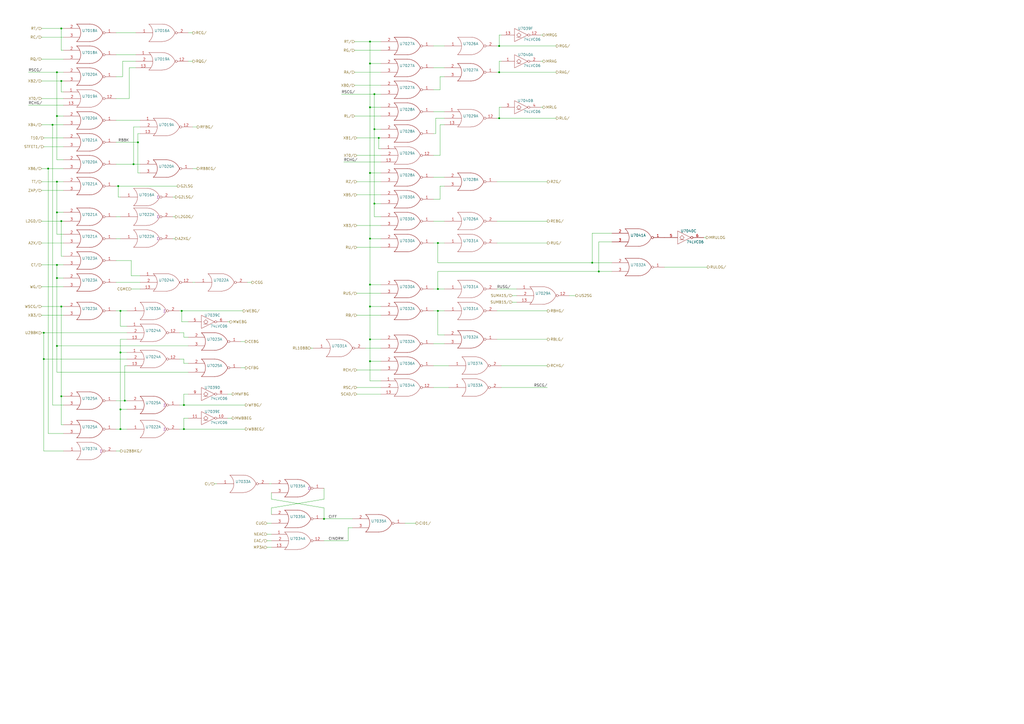
<source format=kicad_sch>
(kicad_sch (version 20211123) (generator eeschema)
  (paper "A2")
  (lib_symbols
    (symbol "agc_kicad_components:74HC02" (pin_names (offset 0.762))
      (property "Reference" "U" (at 0 1.27 0))
      (symbol "74HC02_1_1"
        (arc (start -7.62 -5.08) (mid -5.2708 0) (end -7.62 5.08) (stroke (width 0.2032)))
        (arc (start 0 -5.08) (mid 4.5812 -3.6906) (end 7.62 0) (stroke (width 0.2032)))
        (polyline (pts (xy -7.62 -5.08) (xy 0 -5.08)) (stroke (width 0.2032)))
        (polyline (pts (xy -7.62 5.08) (xy 0 5.08)) (stroke (width 0.2032)))
        (arc (start 7.62 0) (mid 4.5727 3.6819) (end 0 5.08) (stroke (width 0.2032)))
        (pin output inverted (at 15.24 0 180) (length 7.62) (name "~") (number "1"))
        (pin input line (at -15.24 2.54 0) (length 9.398) (name "~") (number "2"))
        (pin input line (at -15.24 -2.54 0) (length 9.398) (name "~") (number "3"))
      )
      (symbol "74HC02_2_1"
        (arc (start -7.62 -5.08) (mid -5.2708 0) (end -7.62 5.08) (stroke (width 0.2032)))
        (arc (start 0 -5.08) (mid 4.5812 -3.6906) (end 7.62 0) (stroke (width 0.2032)))
        (polyline (pts (xy -7.62 -5.08) (xy 0 -5.08)) (stroke (width 0.2032)))
        (polyline (pts (xy -7.62 5.08) (xy 0 5.08)) (stroke (width 0.2032)))
        (arc (start 7.62 0) (mid 4.5727 3.6819) (end 0 5.08) (stroke (width 0.2032)))
        (pin output inverted (at 15.24 0 180) (length 7.62) (name "~") (number "4"))
        (pin input line (at -15.24 2.54 0) (length 9.398) (name "~") (number "5"))
        (pin input line (at -15.24 -2.54 0) (length 9.398) (name "~") (number "6"))
      )
      (symbol "74HC02_3_1"
        (arc (start -7.62 -5.08) (mid -5.2708 0) (end -7.62 5.08) (stroke (width 0.2032)))
        (arc (start 0 -5.08) (mid 4.5812 -3.6906) (end 7.62 0) (stroke (width 0.2032)))
        (polyline (pts (xy -7.62 -5.08) (xy 0 -5.08)) (stroke (width 0.2032)))
        (polyline (pts (xy -7.62 5.08) (xy 0 5.08)) (stroke (width 0.2032)))
        (arc (start 7.62 0) (mid 4.5727 3.6819) (end 0 5.08) (stroke (width 0.2032)))
        (pin output inverted (at 15.24 0 180) (length 7.62) (name "~") (number "10"))
        (pin input line (at -15.24 2.54 0) (length 9.398) (name "~") (number "8"))
        (pin input line (at -15.24 -2.54 0) (length 9.398) (name "~") (number "9"))
      )
      (symbol "74HC02_4_1"
        (arc (start -7.62 -5.08) (mid -5.2708 0) (end -7.62 5.08) (stroke (width 0.2032)))
        (arc (start 0 -5.08) (mid 4.5812 -3.6906) (end 7.62 0) (stroke (width 0.2032)))
        (polyline (pts (xy -7.62 -5.08) (xy 0 -5.08)) (stroke (width 0.2032)))
        (polyline (pts (xy -7.62 5.08) (xy 0 5.08)) (stroke (width 0.2032)))
        (arc (start 7.62 0) (mid 4.5727 3.6819) (end 0 5.08) (stroke (width 0.2032)))
        (pin input line (at -15.24 2.54 0) (length 9.398) (name "~") (number "11"))
        (pin input line (at -15.24 -2.54 0) (length 9.398) (name "~") (number "12"))
        (pin output inverted (at 15.24 0 180) (length 7.62) (name "~") (number "13"))
      )
      (symbol "74HC02_5_0"
        (text "GND" (at 2.54 -3.81 0) (effects (font (size 0.9906 0.9906))))
        (text "VCC" (at 2.54 3.81 0) (effects (font (size 0.9906 0.9906))))
      )
      (symbol "74HC02_5_1"
        (rectangle (start -5.08 2.54) (end 5.08 -2.54))
        (pin power_in line (at 0 6.35 270) (length 3.81) (name "VCC") (number "14"))
        (pin power_in line (at 0 -6.35 90) (length 3.81) (name "GND") (number "7"))
      )
    )
    (symbol "agc_kicad_components:74HC04" (pin_names (offset 0.762))
      (property "Reference" "U" (at 0 1.27 0))
      (symbol "74HC04_1_1"
        (arc (start -7.62 -5.0292) (mid -5.3094 0.0082) (end -7.62 5.0546))
        (arc (start 0 -5.0546) (mid 4.5632 -3.6449) (end 7.5946 0.0508))
        (polyline (pts (xy -7.62 -5.08) (xy 0 -5.08)))
        (polyline (pts (xy -7.62 5.08) (xy 0 5.08)))
        (arc (start 7.62 0) (mid 4.6132 3.6946) (end 0.0508 5.08))
        (pin input line (at -15.24 0 0) (length 9.906) (name "~") (number "1"))
        (pin output inverted (at 15.24 0 180) (length 7.62) (name "~") (number "2"))
      )
      (symbol "74HC04_2_1"
        (arc (start -7.62 -5.0292) (mid -5.3094 0.0082) (end -7.62 5.0546))
        (arc (start 0 -5.0546) (mid 4.5632 -3.6449) (end 7.5946 0.0508))
        (polyline (pts (xy -7.62 -5.08) (xy 0 -5.08)))
        (polyline (pts (xy -7.62 5.08) (xy 0 5.08)))
        (arc (start 7.62 0) (mid 4.6132 3.6946) (end 0.0508 5.08))
        (pin input line (at -15.24 0 0) (length 9.906) (name "~") (number "3"))
        (pin output inverted (at 15.24 0 180) (length 7.62) (name "~") (number "4"))
      )
      (symbol "74HC04_3_1"
        (arc (start -7.62 -5.0292) (mid -5.3094 0.0082) (end -7.62 5.0546))
        (arc (start 0 -5.0546) (mid 4.5632 -3.6449) (end 7.5946 0.0508))
        (polyline (pts (xy -7.62 -5.08) (xy 0 -5.08)))
        (polyline (pts (xy -7.62 5.08) (xy 0 5.08)))
        (arc (start 7.62 0) (mid 4.6132 3.6946) (end 0.0508 5.08))
        (pin input line (at -15.24 0 0) (length 9.906) (name "~") (number "5"))
        (pin output inverted (at 15.24 0 180) (length 7.62) (name "~") (number "6"))
      )
      (symbol "74HC04_4_1"
        (arc (start -7.62 -5.0292) (mid -5.3094 0.0082) (end -7.62 5.0546))
        (arc (start 0 -5.0546) (mid 4.5632 -3.6449) (end 7.5946 0.0508))
        (polyline (pts (xy -7.62 -5.08) (xy 0 -5.08)))
        (polyline (pts (xy -7.62 5.08) (xy 0 5.08)))
        (arc (start 7.62 0) (mid 4.6132 3.6946) (end 0.0508 5.08))
        (pin output inverted (at 15.24 0 180) (length 7.62) (name "~") (number "8"))
        (pin input line (at -15.24 0 0) (length 9.906) (name "~") (number "9"))
      )
      (symbol "74HC04_5_1"
        (arc (start -7.62 -5.0292) (mid -5.3094 0.0082) (end -7.62 5.0546))
        (arc (start 0 -5.0546) (mid 4.5632 -3.6449) (end 7.5946 0.0508))
        (polyline (pts (xy -7.62 -5.08) (xy 0 -5.08)))
        (polyline (pts (xy -7.62 5.08) (xy 0 5.08)))
        (arc (start 7.62 0) (mid 4.6132 3.6946) (end 0.0508 5.08))
        (pin output inverted (at 15.24 0 180) (length 7.62) (name "~") (number "10"))
        (pin input line (at -15.24 0 0) (length 9.906) (name "~") (number "11"))
      )
      (symbol "74HC04_6_1"
        (arc (start -7.62 -5.0292) (mid -5.3094 0.0082) (end -7.62 5.0546))
        (arc (start 0 -5.0546) (mid 4.5632 -3.6449) (end 7.5946 0.0508))
        (polyline (pts (xy -7.62 -5.08) (xy 0 -5.08)))
        (polyline (pts (xy -7.62 5.08) (xy 0 5.08)))
        (arc (start 7.62 0) (mid 4.6132 3.6946) (end 0.0508 5.08))
        (pin output inverted (at 15.24 0 180) (length 7.62) (name "~") (number "12"))
        (pin input line (at -15.24 0 0) (length 9.906) (name "~") (number "13"))
      )
      (symbol "74HC04_7_0"
        (text "GND" (at 2.54 -3.81 0) (effects (font (size 0.9906 0.9906))))
        (text "VCC" (at 2.54 3.81 0) (effects (font (size 0.9906 0.9906))))
      )
      (symbol "74HC04_7_1"
        (rectangle (start -5.08 2.54) (end 5.08 -2.54))
        (pin power_in line (at 0 6.35 270) (length 3.81) (name "VCC") (number "14"))
        (pin power_in line (at 0 -6.35 90) (length 3.81) (name "GND") (number "7"))
      )
    )
    (symbol "agc_kicad_components:74HC27" (pin_names (offset 0.762))
      (property "Reference" "U" (at 0 1.27 0))
      (symbol "74HC27_1_1"
        (arc (start -7.62 -5.0292) (mid -5.3094 0.0082) (end -7.62 5.0546))
        (arc (start 0 -5.0546) (mid 4.5632 -3.6449) (end 7.5946 0.0508))
        (polyline (pts (xy -7.62 -5.08) (xy 0 -5.08)))
        (polyline (pts (xy -7.62 5.08) (xy 0 5.08)))
        (arc (start 7.62 0) (mid 4.6132 3.6946) (end 0.0508 5.08))
        (pin input line (at -15.24 3.81 0) (length 8.763) (name "~") (number "1"))
        (pin output inverted (at 15.24 0 180) (length 7.62) (name "~") (number "12"))
        (pin input line (at -15.24 -3.81 0) (length 8.763) (name "~") (number "13"))
        (pin input line (at -15.24 0 0) (length 9.906) (name "~") (number "2"))
      )
      (symbol "74HC27_2_1"
        (arc (start -7.62 -5.0292) (mid -5.3094 0.0082) (end -7.62 5.0546))
        (arc (start 0 -5.0546) (mid 4.5632 -3.6449) (end 7.5946 0.0508))
        (polyline (pts (xy -7.62 -5.08) (xy 0 -5.08)))
        (polyline (pts (xy -7.62 5.08) (xy 0 5.08)))
        (arc (start 7.62 0) (mid 4.6132 3.6946) (end 0.0508 5.08))
        (pin input line (at -15.24 3.81 0) (length 8.763) (name "~") (number "3"))
        (pin input line (at -15.24 0 0) (length 9.906) (name "~") (number "4"))
        (pin input line (at -15.24 -3.81 0) (length 8.763) (name "~") (number "5"))
        (pin output inverted (at 15.24 0 180) (length 7.62) (name "~") (number "6"))
      )
      (symbol "74HC27_3_1"
        (arc (start -7.62 -5.0292) (mid -5.3094 0.0082) (end -7.62 5.0546))
        (arc (start 0 -5.0546) (mid 4.5632 -3.6449) (end 7.5946 0.0508))
        (polyline (pts (xy -7.62 -5.08) (xy 0 -5.08)))
        (polyline (pts (xy -7.62 5.08) (xy 0 5.08)))
        (arc (start 7.62 0) (mid 4.6132 3.6946) (end 0.0508 5.08))
        (pin input line (at -15.24 0 0) (length 9.906) (name "~") (number "10"))
        (pin input line (at -15.24 -3.81 0) (length 8.763) (name "~") (number "11"))
        (pin output inverted (at 15.24 0 180) (length 7.62) (name "~") (number "8"))
        (pin input line (at -15.24 3.81 0) (length 8.763) (name "~") (number "9"))
      )
      (symbol "74HC27_4_0"
        (text "GND" (at 2.54 -3.81 0) (effects (font (size 0.9906 0.9906))))
        (text "VCC" (at 2.54 3.81 0) (effects (font (size 0.9906 0.9906))))
      )
      (symbol "74HC27_4_1"
        (rectangle (start -5.08 2.54) (end 5.08 -2.54))
        (pin power_in line (at 0 6.35 270) (length 3.81) (name "VCC") (number "14"))
        (pin power_in line (at 0 -6.35 90) (length 3.81) (name "GND") (number "7"))
      )
    )
    (symbol "agc_kicad_components:74LVC06" (pin_names (offset 0.762))
      (property "Reference" "U" (at 0 1.27 0))
      (symbol "74LVC06_1_0"
        (polyline (pts (xy -3.81 3.81) (xy -3.81 -3.81) (xy 3.81 0) (xy -3.81 3.81)))
      )
      (symbol "74LVC06_1_1"
        (polyline (pts (xy -2.54 -1.27) (xy 0 -1.27)))
        (polyline (pts (xy -1.27 1.27) (xy -2.54 0) (xy -1.27 -1.27) (xy 0 0) (xy -1.27 1.27)))
        (pin input line (at -11.43 0 0) (length 7.62) (name "~") (number "1"))
        (pin open_collector inverted (at 11.43 0 180) (length 7.62) (name "~") (number "2"))
      )
      (symbol "74LVC06_2_0"
        (polyline (pts (xy -3.81 3.81) (xy -3.81 -3.81) (xy 3.81 0) (xy -3.81 3.81)))
      )
      (symbol "74LVC06_2_1"
        (polyline (pts (xy -2.54 -1.27) (xy 0 -1.27)))
        (polyline (pts (xy -1.27 1.27) (xy -2.54 0) (xy -1.27 -1.27) (xy 0 0) (xy -1.27 1.27)))
        (pin input line (at -11.43 0 0) (length 7.62) (name "~") (number "3"))
        (pin open_collector inverted (at 11.43 0 180) (length 7.62) (name "~") (number "4"))
      )
      (symbol "74LVC06_3_0"
        (polyline (pts (xy -3.81 3.81) (xy -3.81 -3.81) (xy 3.81 0) (xy -3.81 3.81)))
      )
      (symbol "74LVC06_3_1"
        (polyline (pts (xy -2.54 -1.27) (xy 0 -1.27)))
        (polyline (pts (xy -1.27 1.27) (xy -2.54 0) (xy -1.27 -1.27) (xy 0 0) (xy -1.27 1.27)))
        (pin input line (at -11.43 0 0) (length 7.62) (name "~") (number "5"))
        (pin open_collector inverted (at 11.43 0 180) (length 7.62) (name "~") (number "6"))
      )
      (symbol "74LVC06_4_0"
        (polyline (pts (xy -3.81 3.81) (xy -3.81 -3.81) (xy 3.81 0) (xy -3.81 3.81)))
      )
      (symbol "74LVC06_4_1"
        (polyline (pts (xy -2.54 -1.27) (xy 0 -1.27)))
        (polyline (pts (xy -1.27 1.27) (xy -2.54 0) (xy -1.27 -1.27) (xy 0 0) (xy -1.27 1.27)))
        (pin open_collector inverted (at 11.43 0 180) (length 7.62) (name "~") (number "8"))
        (pin input line (at -11.43 0 0) (length 7.62) (name "~") (number "9"))
      )
      (symbol "74LVC06_5_0"
        (polyline (pts (xy -3.81 3.81) (xy -3.81 -3.81) (xy 3.81 0) (xy -3.81 3.81)))
      )
      (symbol "74LVC06_5_1"
        (polyline (pts (xy -2.54 -1.27) (xy 0 -1.27)))
        (polyline (pts (xy -1.27 1.27) (xy -2.54 0) (xy -1.27 -1.27) (xy 0 0) (xy -1.27 1.27)))
        (pin open_collector inverted (at 11.43 0 180) (length 7.62) (name "~") (number "10"))
        (pin input line (at -11.43 0 0) (length 7.62) (name "~") (number "11"))
      )
      (symbol "74LVC06_6_0"
        (polyline (pts (xy -3.81 3.81) (xy -3.81 -3.81) (xy 3.81 0) (xy -3.81 3.81)))
      )
      (symbol "74LVC06_6_1"
        (polyline (pts (xy -2.54 -1.27) (xy 0 -1.27)))
        (polyline (pts (xy -1.27 1.27) (xy -2.54 0) (xy -1.27 -1.27) (xy 0 0) (xy -1.27 1.27)))
        (pin open_collector inverted (at 11.43 0 180) (length 7.62) (name "~") (number "12"))
        (pin input line (at -11.43 0 0) (length 7.62) (name "~") (number "13"))
      )
      (symbol "74LVC06_7_0"
        (rectangle (start -5.08 2.54) (end 5.08 -2.54))
        (text "GND" (at 2.54 -3.81 0) (effects (font (size 0.9906 0.9906))))
        (text "VCC" (at 2.54 3.81 0) (effects (font (size 0.9906 0.9906))))
      )
      (symbol "74LVC06_7_1"
        (pin power_in line (at 0 6.35 270) (length 3.81) (name "VCC") (number "14"))
        (pin power_in line (at 0 -6.35 90) (length 3.81) (name "GND") (number "7"))
      )
    )
  )
  (junction (at 80.01 82.55))
  (junction (at 214.63 138.43))
  (junction (at 33.02 200.66))
  (junction (at 25.4 208.28))
  (junction (at 35.56 128.27))
  (junction (at 27.94 97.79))
  (junction (at 289.56 26.67))
  (junction (at 214.63 100.33))
  (junction (at 219.71 80.01))
  (junction (at 214.63 177.8))
  (junction (at 217.17 54.61))
  (junction (at 35.56 16.51))
  (junction (at 254 167.64))
  (junction (at 69.85 237.49))
  (junction (at 69.85 204.47))
  (junction (at 69.85 180.34))
  (junction (at 347.345 157.48))
  (junction (at 105.41 180.34))
  (junction (at 214.63 36.83))
  (junction (at 343.535 152.4))
  (junction (at 217.17 74.93))
  (junction (at 254 180.34))
  (junction (at 33.02 67.31))
  (junction (at 35.56 177.8))
  (junction (at 68.58 107.95))
  (junction (at 214.63 62.23))
  (junction (at 214.63 165.1))
  (junction (at 33.02 105.41))
  (junction (at 35.56 229.87))
  (junction (at 33.02 123.19))
  (junction (at 35.56 46.99))
  (junction (at 106.68 248.92))
  (junction (at 106.68 234.95))
  (junction (at 217.17 118.11))
  (junction (at 214.63 24.13))
  (junction (at 69.85 248.92))
  (junction (at 214.63 196.85))
  (junction (at 187.96 300.99))
  (junction (at 25.4 193.04))
  (junction (at 254 140.97))
  (junction (at 289.56 41.91))
  (junction (at 33.02 41.91))
  (junction (at 289.56 68.58))
  (junction (at 77.47 95.25))
  (junction (at 33.02 161.29))
  (junction (at 72.39 232.41))
  (junction (at 30.48 72.39))
  (junction (at 214.63 209.55))
  (junction (at 33.02 153.67))
  (wire (pts (xy 25.4 80.01) (xy 36.83 80.01)))
  (wire (pts (xy 71.12 44.45) (xy 71.12 35.56)))
  (wire (pts (xy 347.345 157.48) (xy 254 157.48)))
  (wire (pts (xy 80.01 77.47) (xy 81.28 77.47)))
  (wire (pts (xy 33.02 67.31) (xy 33.02 92.71)))
  (wire (pts (xy 67.31 19.05) (xy 78.74 19.05)))
  (wire (pts (xy 106.68 208.28) (xy 106.68 210.82)))
  (wire (pts (xy 106.68 248.92) (xy 142.24 248.92)))
  (wire (pts (xy 254 180.34) (xy 257.81 180.34)))
  (wire (pts (xy 35.56 128.27) (xy 36.83 128.27)))
  (wire (pts (xy 288.29 68.58) (xy 289.56 68.58)))
  (wire (pts (xy 33.02 135.89) (xy 36.83 135.89)))
  (wire (pts (xy 288.29 196.85) (xy 317.5 196.85)))
  (wire (pts (xy 104.14 248.92) (xy 106.68 248.92)))
  (wire (pts (xy 77.47 73.66) (xy 81.28 73.66)))
  (wire (pts (xy 220.98 182.88) (xy 207.01 182.88)))
  (wire (pts (xy 36.83 182.88) (xy 24.13 182.88)))
  (wire (pts (xy 69.85 196.85) (xy 73.66 196.85)))
  (wire (pts (xy 33.02 200.66) (xy 109.22 200.66)))
  (wire (pts (xy 254 167.64) (xy 257.81 167.64)))
  (wire (pts (xy 27.94 97.79) (xy 36.83 97.79)))
  (wire (pts (xy 214.63 209.55) (xy 214.63 220.98)))
  (wire (pts (xy 100.33 125.73) (xy 101.6 125.73)))
  (wire (pts (xy 251.46 180.34) (xy 254 180.34)))
  (wire (pts (xy 260.35 224.79) (xy 251.46 224.79)))
  (wire (pts (xy 207.01 80.01) (xy 219.71 80.01)))
  (wire (pts (xy 214.63 36.83) (xy 220.98 36.83)))
  (wire (pts (xy 73.66 204.47) (xy 69.85 204.47)))
  (wire (pts (xy 251.46 140.97) (xy 254 140.97)))
  (wire (pts (xy 143.51 163.83) (xy 146.05 163.83)))
  (wire (pts (xy 220.98 67.31) (xy 205.74 67.31)))
  (wire (pts (xy 254 180.34) (xy 254 194.31)))
  (wire (pts (xy 157.48 303.53) (xy 154.94 303.53)))
  (wire (pts (xy 157.48 309.88) (xy 154.94 309.88)))
  (wire (pts (xy 288.29 140.97) (xy 317.5 140.97)))
  (wire (pts (xy 67.31 69.85) (xy 81.28 69.85)))
  (wire (pts (xy 24.13 72.39) (xy 30.48 72.39)))
  (wire (pts (xy 220.98 93.98) (xy 199.39 93.98)))
  (wire (pts (xy 297.18 171.45) (xy 299.72 171.45)))
  (wire (pts (xy 36.83 57.15) (xy 24.13 57.15)))
  (wire (pts (xy 187.96 283.21) (xy 187.96 289.56)))
  (wire (pts (xy 214.63 100.33) (xy 214.63 138.43)))
  (wire (pts (xy 255.27 115.57) (xy 255.27 107.95)))
  (wire (pts (xy 25.4 193.04) (xy 73.66 193.04)))
  (wire (pts (xy 132.08 228.6) (xy 134.62 228.6)))
  (wire (pts (xy 67.31 151.13) (xy 76.2 151.13)))
  (wire (pts (xy 35.56 16.51) (xy 36.83 16.51)))
  (wire (pts (xy 214.63 177.8) (xy 220.98 177.8)))
  (wire (pts (xy 106.68 242.57) (xy 106.68 248.92)))
  (wire (pts (xy 25.4 208.28) (xy 73.66 208.28)))
  (wire (pts (xy 214.63 100.33) (xy 220.98 100.33)))
  (wire (pts (xy 217.17 54.61) (xy 220.98 54.61)))
  (wire (pts (xy 212.09 201.93) (xy 220.98 201.93)))
  (wire (pts (xy 67.31 95.25) (xy 77.47 95.25)))
  (wire (pts (xy 289.56 26.67) (xy 322.58 26.67)))
  (wire (pts (xy 33.02 153.67) (xy 36.83 153.67)))
  (wire (pts (xy 220.98 170.18) (xy 207.01 170.18)))
  (wire (pts (xy 289.56 20.32) (xy 290.83 20.32)))
  (wire (pts (xy 198.12 54.61) (xy 217.17 54.61)))
  (wire (pts (xy 35.56 246.38) (xy 36.83 246.38)))
  (wire (pts (xy 67.31 57.15) (xy 74.93 57.15)))
  (wire (pts (xy 252.73 68.58) (xy 257.81 68.58)))
  (wire (pts (xy 35.56 229.87) (xy 35.56 246.38)))
  (wire (pts (xy 24.13 46.99) (xy 35.56 46.99)))
  (wire (pts (xy 33.02 200.66) (xy 33.02 215.9)))
  (wire (pts (xy 214.63 165.1) (xy 214.63 177.8)))
  (wire (pts (xy 36.83 60.96) (xy 16.51 60.96)))
  (wire (pts (xy 68.58 107.95) (xy 68.58 114.3)))
  (wire (pts (xy 81.28 167.64) (xy 76.2 167.64)))
  (wire (pts (xy 36.83 110.49) (xy 24.13 110.49)))
  (wire (pts (xy 257.81 128.27) (xy 251.46 128.27)))
  (wire (pts (xy 35.56 177.8) (xy 35.56 229.87)))
  (wire (pts (xy 343.535 135.255) (xy 343.535 152.4)))
  (wire (pts (xy 354.965 157.48) (xy 347.345 157.48)))
  (wire (pts (xy 33.02 215.9) (xy 109.22 215.9)))
  (wire (pts (xy 289.56 26.67) (xy 289.56 20.32)))
  (wire (pts (xy 69.85 204.47) (xy 69.85 237.49)))
  (wire (pts (xy 251.46 199.39) (xy 257.81 199.39)))
  (wire (pts (xy 289.56 41.91) (xy 322.58 41.91)))
  (wire (pts (xy 343.535 152.4) (xy 254 152.4)))
  (wire (pts (xy 214.63 138.43) (xy 220.98 138.43)))
  (wire (pts (xy 114.3 97.79) (xy 111.76 97.79)))
  (wire (pts (xy 214.63 165.1) (xy 220.98 165.1)))
  (wire (pts (xy 33.02 41.91) (xy 33.02 67.31)))
  (wire (pts (xy 33.02 123.19) (xy 36.83 123.19)))
  (wire (pts (xy 106.68 210.82) (xy 109.22 210.82)))
  (wire (pts (xy 187.96 300.99) (xy 187.96 294.64)))
  (wire (pts (xy 201.93 313.69) (xy 201.93 306.07)))
  (wire (pts (xy 220.98 74.93) (xy 217.17 74.93)))
  (wire (pts (xy 187.96 289.56) (xy 157.48 294.64)))
  (wire (pts (xy 104.14 180.34) (xy 105.41 180.34)))
  (wire (pts (xy 214.63 220.98) (xy 220.98 220.98)))
  (wire (pts (xy 313.69 62.23) (xy 314.96 62.23)))
  (wire (pts (xy 24.13 105.41) (xy 33.02 105.41)))
  (wire (pts (xy 187.96 294.64) (xy 157.48 289.56)))
  (wire (pts (xy 24.13 97.79) (xy 27.94 97.79)))
  (wire (pts (xy 157.48 313.69) (xy 154.94 313.69)))
  (wire (pts (xy 217.17 118.11) (xy 220.98 118.11)))
  (wire (pts (xy 80.01 100.33) (xy 81.28 100.33)))
  (wire (pts (xy 35.56 46.99) (xy 35.56 53.34)))
  (wire (pts (xy 106.68 195.58) (xy 109.22 195.58)))
  (wire (pts (xy 69.85 248.92) (xy 73.66 248.92)))
  (wire (pts (xy 69.85 189.23) (xy 73.66 189.23)))
  (wire (pts (xy 257.81 102.87) (xy 251.46 102.87)))
  (wire (pts (xy 205.74 24.13) (xy 214.63 24.13)))
  (wire (pts (xy 24.13 128.27) (xy 35.56 128.27)))
  (wire (pts (xy 33.02 105.41) (xy 33.02 123.19)))
  (wire (pts (xy 201.93 306.07) (xy 204.47 306.07)))
  (wire (pts (xy 187.96 300.99) (xy 204.47 300.99)))
  (wire (pts (xy 254 157.48) (xy 254 167.64)))
  (wire (pts (xy 354.965 152.4) (xy 343.535 152.4)))
  (wire (pts (xy 187.96 313.69) (xy 201.93 313.69)))
  (wire (pts (xy 214.63 177.8) (xy 214.63 196.85)))
  (wire (pts (xy 69.85 180.34) (xy 73.66 180.34)))
  (wire (pts (xy 80.01 82.55) (xy 80.01 100.33)))
  (wire (pts (xy 109.22 19.05) (xy 111.76 19.05)))
  (wire (pts (xy 290.83 224.79) (xy 317.5 224.79)))
  (wire (pts (xy 33.02 161.29) (xy 36.83 161.29)))
  (wire (pts (xy 36.83 166.37) (xy 24.13 166.37)))
  (wire (pts (xy 105.41 180.34) (xy 140.97 180.34)))
  (wire (pts (xy 220.98 105.41) (xy 207.01 105.41)))
  (wire (pts (xy 254 194.31) (xy 257.81 194.31)))
  (wire (pts (xy 36.83 67.31) (xy 33.02 67.31)))
  (wire (pts (xy 219.71 86.36) (xy 220.98 86.36)))
  (wire (pts (xy 217.17 125.73) (xy 220.98 125.73)))
  (wire (pts (xy 252.73 77.47) (xy 252.73 68.58)))
  (wire (pts (xy 385.445 154.94) (xy 410.21 154.94)))
  (wire (pts (xy 68.58 107.95) (xy 102.87 107.95)))
  (wire (pts (xy 106.68 228.6) (xy 106.68 234.95)))
  (wire (pts (xy 214.63 24.13) (xy 214.63 36.83)))
  (wire (pts (xy 74.93 39.37) (xy 78.74 39.37)))
  (wire (pts (xy 67.31 82.55) (xy 80.01 82.55)))
  (wire (pts (xy 80.01 77.47) (xy 80.01 82.55)))
  (wire (pts (xy 254 152.4) (xy 254 140.97)))
  (wire (pts (xy 27.94 251.46) (xy 27.94 97.79)))
  (wire (pts (xy 76.2 160.02) (xy 81.28 160.02)))
  (wire (pts (xy 220.98 224.79) (xy 207.01 224.79)))
  (wire (pts (xy 35.56 128.27) (xy 35.56 148.59)))
  (wire (pts (xy 35.56 53.34) (xy 36.83 53.34)))
  (wire (pts (xy 288.29 105.41) (xy 317.5 105.41)))
  (wire (pts (xy 181.61 201.93) (xy 180.34 201.93)))
  (wire (pts (xy 67.31 125.73) (xy 69.85 125.73)))
  (wire (pts (xy 254 140.97) (xy 257.81 140.97)))
  (wire (pts (xy 251.46 167.64) (xy 254 167.64)))
  (wire (pts (xy 219.71 80.01) (xy 220.98 80.01)))
  (wire (pts (xy 36.83 34.29) (xy 24.13 34.29)))
  (wire (pts (xy 24.13 177.8) (xy 35.56 177.8)))
  (wire (pts (xy 109.22 228.6) (xy 106.68 228.6)))
  (wire (pts (xy 104.14 208.28) (xy 106.68 208.28)))
  (wire (pts (xy 217.17 74.93) (xy 217.17 118.11)))
  (wire (pts (xy 217.17 118.11) (xy 217.17 125.73)))
  (wire (pts (xy 255.27 107.95) (xy 257.81 107.95)))
  (wire (pts (xy 72.39 212.09) (xy 73.66 212.09)))
  (wire (pts (xy 106.68 234.95) (xy 142.24 234.95)))
  (wire (pts (xy 354.965 140.335) (xy 347.345 140.335)))
  (wire (pts (xy 290.83 212.09) (xy 317.5 212.09)))
  (wire (pts (xy 157.48 289.56) (xy 157.48 285.75)))
  (wire (pts (xy 139.7 213.36) (xy 142.24 213.36)))
  (wire (pts (xy 290.83 62.23) (xy 289.56 62.23)))
  (wire (pts (xy 251.46 212.09) (xy 260.35 212.09)))
  (wire (pts (xy 69.85 237.49) (xy 69.85 248.92)))
  (wire (pts (xy 74.93 57.15) (xy 74.93 39.37)))
  (wire (pts (xy 157.48 280.67) (xy 156.21 280.67)))
  (wire (pts (xy 104.14 193.04) (xy 106.68 193.04)))
  (wire (pts (xy 214.63 62.23) (xy 220.98 62.23)))
  (wire (pts (xy 24.13 153.67) (xy 33.02 153.67)))
  (wire (pts (xy 220.98 41.91) (xy 205.74 41.91)))
  (wire (pts (xy 35.56 29.21) (xy 35.56 16.51)))
  (wire (pts (xy 251.46 77.47) (xy 252.73 77.47)))
  (wire (pts (xy 67.31 232.41) (xy 72.39 232.41)))
  (wire (pts (xy 105.41 186.69) (xy 109.22 186.69)))
  (wire (pts (xy 24.13 21.59) (xy 36.83 21.59)))
  (wire (pts (xy 132.08 186.69) (xy 133.35 186.69)))
  (wire (pts (xy 36.83 251.46) (xy 27.94 251.46)))
  (wire (pts (xy 220.98 143.51) (xy 207.01 143.51)))
  (wire (pts (xy 289.56 68.58) (xy 322.58 68.58)))
  (wire (pts (xy 77.47 95.25) (xy 77.47 73.66)))
  (wire (pts (xy 297.18 175.26) (xy 299.72 175.26)))
  (wire (pts (xy 67.31 163.83) (xy 81.28 163.83)))
  (wire (pts (xy 16.51 41.91) (xy 33.02 41.91)))
  (wire (pts (xy 35.56 148.59) (xy 36.83 148.59)))
  (wire (pts (xy 25.4 208.28) (xy 25.4 261.62)))
  (wire (pts (xy 408.305 137.795) (xy 409.575 137.795)))
  (wire (pts (xy 109.22 35.56) (xy 111.76 35.56)))
  (wire (pts (xy 106.68 193.04) (xy 106.68 195.58)))
  (wire (pts (xy 111.76 163.83) (xy 113.03 163.83)))
  (wire (pts (xy 251.46 115.57) (xy 255.27 115.57)))
  (wire (pts (xy 139.7 198.12) (xy 142.24 198.12)))
  (wire (pts (xy 157.48 317.5) (xy 154.94 317.5)))
  (wire (pts (xy 111.76 73.66) (xy 114.3 73.66)))
  (wire (pts (xy 288.29 128.27) (xy 317.5 128.27)))
  (wire (pts (xy 214.63 62.23) (xy 214.63 100.33)))
  (wire (pts (xy 77.47 95.25) (xy 81.28 95.25)))
  (wire (pts (xy 68.58 114.3) (xy 69.85 114.3)))
  (wire (pts (xy 67.31 107.95) (xy 68.58 107.95)))
  (wire (pts (xy 24.13 193.04) (xy 25.4 193.04)))
  (wire (pts (xy 251.46 39.37) (xy 257.81 39.37)))
  (wire (pts (xy 76.2 151.13) (xy 76.2 160.02)))
  (wire (pts (xy 100.33 114.3) (xy 101.6 114.3)))
  (wire (pts (xy 73.66 237.49) (xy 69.85 237.49)))
  (wire (pts (xy 33.02 92.71) (xy 36.83 92.71)))
  (wire (pts (xy 69.85 138.43) (xy 67.31 138.43)))
  (wire (pts (xy 67.31 44.45) (xy 71.12 44.45)))
  (wire (pts (xy 33.02 123.19) (xy 33.02 135.89)))
  (wire (pts (xy 255.27 72.39) (xy 257.81 72.39)))
  (wire (pts (xy 69.85 180.34) (xy 69.85 189.23)))
  (wire (pts (xy 220.98 228.6) (xy 207.01 228.6)))
  (wire (pts (xy 125.73 280.67) (xy 124.46 280.67)))
  (wire (pts (xy 33.02 153.67) (xy 33.02 161.29)))
  (wire (pts (xy 288.29 167.64) (xy 299.72 167.64)))
  (wire (pts (xy 104.14 234.95) (xy 106.68 234.95)))
  (wire (pts (xy 67.31 248.92) (xy 69.85 248.92)))
  (wire (pts (xy 289.56 62.23) (xy 289.56 68.58)))
  (wire (pts (xy 334.01 171.45) (xy 330.2 171.45)))
  (wire (pts (xy 72.39 232.41) (xy 73.66 232.41)))
  (wire (pts (xy 35.56 177.8) (xy 36.83 177.8)))
  (wire (pts (xy 30.48 72.39) (xy 30.48 234.95)))
  (wire (pts (xy 214.63 36.83) (xy 214.63 62.23)))
  (wire (pts (xy 35.56 229.87) (xy 36.83 229.87)))
  (wire (pts (xy 30.48 234.95) (xy 36.83 234.95)))
  (wire (pts (xy 220.98 113.03) (xy 207.01 113.03)))
  (wire (pts (xy 69.85 196.85) (xy 69.85 204.47)))
  (wire (pts (xy 251.46 26.67) (xy 257.81 26.67)))
  (wire (pts (xy 313.69 20.32) (xy 314.96 20.32)))
  (wire (pts (xy 313.69 35.56) (xy 314.96 35.56)))
  (wire (pts (xy 214.63 209.55) (xy 220.98 209.55)))
  (wire (pts (xy 214.63 138.43) (xy 214.63 165.1)))
  (wire (pts (xy 234.95 303.53) (xy 241.3 303.53)))
  (wire (pts (xy 36.83 140.97) (xy 24.13 140.97)))
  (wire (pts (xy 220.98 90.17) (xy 207.01 90.17)))
  (wire (pts (xy 72.39 232.41) (xy 72.39 212.09)))
  (wire (pts (xy 354.965 135.255) (xy 343.535 135.255)))
  (wire (pts (xy 33.02 41.91) (xy 36.83 41.91)))
  (wire (pts (xy 347.345 140.335) (xy 347.345 157.48)))
  (wire (pts (xy 30.48 72.39) (xy 36.83 72.39)))
  (wire (pts (xy 255.27 90.17) (xy 255.27 72.39)))
  (wire (pts (xy 219.71 80.01) (xy 219.71 86.36)))
  (wire (pts (xy 251.46 52.07) (xy 255.27 52.07)))
  (wire (pts (xy 220.98 214.63) (xy 207.01 214.63)))
  (wire (pts (xy 257.81 64.77) (xy 251.46 64.77)))
  (wire (pts (xy 255.27 52.07) (xy 255.27 44.45)))
  (wire (pts (xy 220.98 49.53) (xy 205.74 49.53)))
  (wire (pts (xy 67.31 31.75) (xy 78.74 31.75)))
  (wire (pts (xy 33.02 161.29) (xy 33.02 200.66)))
  (wire (pts (xy 251.46 90.17) (xy 255.27 90.17)))
  (wire (pts (xy 25.4 193.04) (xy 25.4 208.28)))
  (wire (pts (xy 289.56 35.56) (xy 290.83 35.56)))
  (wire (pts (xy 255.27 44.45) (xy 257.81 44.45)))
  (wire (pts (xy 220.98 29.21) (xy 205.74 29.21)))
  (wire (pts (xy 105.41 180.34) (xy 105.41 186.69)))
  (wire (pts (xy 67.31 180.34) (xy 69.85 180.34)))
  (wire (pts (xy 24.13 16.51) (xy 35.56 16.51)))
  (wire (pts (xy 35.56 46.99) (xy 36.83 46.99)))
  (wire (pts (xy 109.22 242.57) (xy 106.68 242.57)))
  (wire (pts (xy 288.29 41.91) (xy 289.56 41.91)))
  (wire (pts (xy 220.98 130.81) (xy 207.01 130.81)))
  (wire (pts (xy 71.12 35.56) (xy 78.74 35.56)))
  (wire (pts (xy 36.83 29.21) (xy 35.56 29.21)))
  (wire (pts (xy 157.48 294.64) (xy 157.48 298.45)))
  (wire (pts (xy 33.02 105.41) (xy 36.83 105.41)))
  (wire (pts (xy 67.31 261.62) (xy 69.85 261.62)))
  (wire (pts (xy 25.4 85.09) (xy 36.83 85.09)))
  (wire (pts (xy 217.17 54.61) (xy 217.17 74.93)))
  (wire (pts (xy 289.56 41.91) (xy 289.56 35.56)))
  (wire (pts (xy 214.63 24.13) (xy 220.98 24.13)))
  (wire (pts (xy 132.08 242.57) (xy 134.62 242.57)))
  (wire (pts (xy 288.29 26.67) (xy 289.56 26.67)))
  (wire (pts (xy 100.33 138.43) (xy 101.6 138.43)))
  (wire (pts (xy 214.63 196.85) (xy 220.98 196.85)))
  (wire (pts (xy 25.4 261.62) (xy 36.83 261.62)))
  (wire (pts (xy 214.63 196.85) (xy 214.63 209.55)))
  (wire (pts (xy 288.29 180.34) (xy 317.5 180.34)))
  (label "RUSG/" (at 288.29 167.64 0) (effects (font (size 1.524 1.524))))
  (label "RSCG/" (at 198.12 54.61 0) (effects (font (size 1.524 1.524))))
  (label "RSCG/" (at 317.5 224.79 180) (effects (font (size 1.524 1.524))))
  (label "CIFF" (at 190.5 300.99 0) (effects (font (size 1.524 1.524))))
  (label "RCHG/" (at 16.51 60.96 0) (effects (font (size 1.524 1.524))))
  (label "RCHG/" (at 199.39 93.98 0) (effects (font (size 1.524 1.524))))
  (label "CINORM" (at 190.5 313.69 0) (effects (font (size 1.524 1.524))))
  (label "RSCG/" (at 16.51 41.91 0) (effects (font (size 1.524 1.524))))
  (label "RBBK" (at 68.58 82.55 0) (effects (font (size 1.524 1.524))))
  (hierarchical_label "RLG/" (shape output) (at 322.58 68.58 0) (effects (font (size 1.524 1.524))))
  (hierarchical_label "L2GD/" (shape input) (at 24.13 128.27 180) (effects (font (size 1.524 1.524))))
  (hierarchical_label "RZ/" (shape input) (at 207.01 105.41 180) (effects (font (size 1.524 1.524))))
  (hierarchical_label "RZG/" (shape output) (at 317.5 105.41 0) (effects (font (size 1.524 1.524))))
  (hierarchical_label "MWFBG" (shape output) (at 134.62 228.6 0) (effects (font (size 1.524 1.524))))
  (hierarchical_label "CI/" (shape input) (at 124.46 280.67 180) (effects (font (size 1.524 1.524))))
  (hierarchical_label "XB2/" (shape input) (at 24.13 46.99 180) (effects (font (size 1.524 1.524))))
  (hierarchical_label "CGMC" (shape input) (at 76.2 167.64 180) (effects (font (size 1.524 1.524))))
  (hierarchical_label "A2X/" (shape input) (at 24.13 140.97 180) (effects (font (size 1.524 1.524))))
  (hierarchical_label "XB3/" (shape input) (at 24.13 182.88 180) (effects (font (size 1.524 1.524))))
  (hierarchical_label "RU/" (shape input) (at 207.01 143.51 180) (effects (font (size 1.524 1.524))))
  (hierarchical_label "CFBG" (shape output) (at 142.24 213.36 0) (effects (font (size 1.524 1.524))))
  (hierarchical_label "US2SG" (shape output) (at 334.01 171.45 0) (effects (font (size 1.524 1.524))))
  (hierarchical_label "RGG/" (shape output) (at 322.58 26.67 0) (effects (font (size 1.524 1.524))))
  (hierarchical_label "RCHG/" (shape output) (at 317.5 212.09 0) (effects (font (size 1.524 1.524))))
  (hierarchical_label "RBHG/" (shape output) (at 317.5 180.34 0) (effects (font (size 1.524 1.524))))
  (hierarchical_label "CEBG" (shape output) (at 142.24 198.12 0) (effects (font (size 1.524 1.524))))
  (hierarchical_label "CGG" (shape output) (at 146.05 163.83 0) (effects (font (size 1.524 1.524))))
  (hierarchical_label "SUMA15/" (shape input) (at 297.18 171.45 180) (effects (font (size 1.524 1.524))))
  (hierarchical_label "RQG/" (shape output) (at 111.76 35.56 0) (effects (font (size 1.524 1.524))))
  (hierarchical_label "MP3A" (shape input) (at 154.94 317.5 180) (effects (font (size 1.524 1.524))))
  (hierarchical_label "XB1/" (shape input) (at 207.01 80.01 180) (effects (font (size 1.524 1.524))))
  (hierarchical_label "WBBEG/" (shape output) (at 142.24 248.92 0) (effects (font (size 1.524 1.524))))
  (hierarchical_label "WG/" (shape input) (at 24.13 166.37 180) (effects (font (size 1.524 1.524))))
  (hierarchical_label "MRGG" (shape output) (at 314.96 20.32 0) (effects (font (size 1.524 1.524))))
  (hierarchical_label "RQ/" (shape input) (at 24.13 34.29 180) (effects (font (size 1.524 1.524))))
  (hierarchical_label "SCAD/" (shape input) (at 207.01 228.6 180) (effects (font (size 1.524 1.524))))
  (hierarchical_label "RUG/" (shape output) (at 317.5 140.97 0) (effects (font (size 1.524 1.524))))
  (hierarchical_label "RAG/" (shape output) (at 322.58 41.91 0) (effects (font (size 1.524 1.524))))
  (hierarchical_label "MWEBG" (shape output) (at 133.35 186.69 0) (effects (font (size 1.524 1.524))))
  (hierarchical_label "NEAC" (shape input) (at 154.94 309.88 180) (effects (font (size 1.524 1.524))))
  (hierarchical_label "RB/" (shape input) (at 207.01 182.88 180) (effects (font (size 1.524 1.524))))
  (hierarchical_label "RG/" (shape input) (at 205.74 29.21 180) (effects (font (size 1.524 1.524))))
  (hierarchical_label "MRAG" (shape output) (at 314.96 35.56 0) (effects (font (size 1.524 1.524))))
  (hierarchical_label "WFBG/" (shape output) (at 142.24 234.95 0) (effects (font (size 1.524 1.524))))
  (hierarchical_label "REBG/" (shape output) (at 317.5 128.27 0) (effects (font (size 1.524 1.524))))
  (hierarchical_label "XB6/" (shape input) (at 24.13 97.79 180) (effects (font (size 1.524 1.524))))
  (hierarchical_label "RSC/" (shape input) (at 207.01 224.79 180) (effects (font (size 1.524 1.524))))
  (hierarchical_label "G2LSG/" (shape output) (at 101.6 114.3 0) (effects (font (size 1.524 1.524))))
  (hierarchical_label "XB3/" (shape input) (at 207.01 130.81 180) (effects (font (size 1.524 1.524))))
  (hierarchical_label "RA/" (shape input) (at 205.74 41.91 180) (effects (font (size 1.524 1.524))))
  (hierarchical_label "RULOG/" (shape output) (at 410.21 154.94 0) (effects (font (size 1.524 1.524))))
  (hierarchical_label "MWBBEG" (shape output) (at 134.62 242.57 0) (effects (font (size 1.524 1.524))))
  (hierarchical_label "XT0/" (shape input) (at 207.01 90.17 180) (effects (font (size 1.524 1.524))))
  (hierarchical_label "EAC/" (shape input) (at 154.94 313.69 180) (effects (font (size 1.524 1.524))))
  (hierarchical_label "WSCG/" (shape input) (at 24.13 177.8 180) (effects (font (size 1.524 1.524))))
  (hierarchical_label "RT/" (shape input) (at 24.13 16.51 180) (effects (font (size 1.524 1.524))))
  (hierarchical_label "L2GDG/" (shape output) (at 101.6 125.73 0) (effects (font (size 1.524 1.524))))
  (hierarchical_label "A2XG/" (shape output) (at 101.6 138.43 0) (effects (font (size 1.524 1.524))))
  (hierarchical_label "MRLG" (shape output) (at 314.96 62.23 0) (effects (font (size 1.524 1.524))))
  (hierarchical_label "CT/" (shape input) (at 24.13 153.67 180) (effects (font (size 1.524 1.524))))
  (hierarchical_label "G2LSG" (shape output) (at 102.87 107.95 0) (effects (font (size 1.524 1.524))))
  (hierarchical_label "T10/" (shape input) (at 25.4 80.01 180) (effects (font (size 1.524 1.524))))
  (hierarchical_label "U2BBK" (shape input) (at 24.13 193.04 180) (effects (font (size 1.524 1.524))))
  (hierarchical_label "RC/" (shape input) (at 24.13 21.59 180) (effects (font (size 1.524 1.524))))
  (hierarchical_label "RCH/" (shape input) (at 207.01 214.63 180) (effects (font (size 1.524 1.524))))
  (hierarchical_label "RL/" (shape input) (at 205.74 67.31 180) (effects (font (size 1.524 1.524))))
  (hierarchical_label "RBBEG/" (shape output) (at 114.3 97.79 0) (effects (font (size 1.524 1.524))))
  (hierarchical_label "RL10BB" (shape input) (at 180.34 201.93 180) (effects (font (size 1.524 1.524))))
  (hierarchical_label "WEBG/" (shape output) (at 140.97 180.34 0) (effects (font (size 1.524 1.524))))
  (hierarchical_label "RFBG/" (shape output) (at 114.3 73.66 0) (effects (font (size 1.524 1.524))))
  (hierarchical_label "ZAP/" (shape input) (at 24.13 110.49 180) (effects (font (size 1.524 1.524))))
  (hierarchical_label "XT0/" (shape input) (at 24.13 57.15 180) (effects (font (size 1.524 1.524))))
  (hierarchical_label "SUMB15/" (shape input) (at 297.18 175.26 180) (effects (font (size 1.524 1.524))))
  (hierarchical_label "U2BBKG/" (shape output) (at 69.85 261.62 0) (effects (font (size 1.524 1.524))))
  (hierarchical_label "RCG/" (shape output) (at 111.76 19.05 0) (effects (font (size 1.524 1.524))))
  (hierarchical_label "XB5/" (shape input) (at 207.01 113.03 180) (effects (font (size 1.524 1.524))))
  (hierarchical_label "XB0/" (shape input) (at 205.74 49.53 180) (effects (font (size 1.524 1.524))))
  (hierarchical_label "STFET1/" (shape input) (at 25.4 85.09 180) (effects (font (size 1.524 1.524))))
  (hierarchical_label "MRULOG" (shape output) (at 409.575 137.795 0) (effects (font (size 1.524 1.524))))
  (hierarchical_label "CUG" (shape input) (at 154.94 303.53 180) (effects (font (size 1.524 1.524))))
  (hierarchical_label "CI01/" (shape output) (at 241.3 303.53 0) (effects (font (size 1.524 1.524))))
  (hierarchical_label "TT/" (shape input) (at 24.13 105.41 180) (effects (font (size 1.524 1.524))))
  (hierarchical_label "XB4/" (shape input) (at 24.13 72.39 180) (effects (font (size 1.524 1.524))))
  (hierarchical_label "RUS/" (shape input) (at 207.01 170.18 180) (effects (font (size 1.524 1.524))))
  (hierarchical_label "RT/" (shape input) (at 205.74 24.13 180) (effects (font (size 1.524 1.524))))
  (hierarchical_label "RBLG/" (shape output) (at 317.5 196.85 0) (effects (font (size 1.524 1.524))))
  (symbol (lib_id "agc_kicad_components:74HC02") (at 52.07 19.05 0)
    (property "Reference" "U7018" (at 52.07 17.78 0) (effects (font (size 1.524 1.524))))
    (property "Value" "74HC02" (effects hide))
  )
  (symbol (lib_id "agc_kicad_components:74HC04") (at 93.98 19.05 0)
    (property "Reference" "U7016" (at 93.98 17.78 0) (effects (font (size 1.524 1.524))))
    (property "Value" "74HC04" (effects hide))
  )
  (symbol (lib_id "agc_kicad_components:74HC02") (at 52.07 31.75 0)
    (property "Reference" "U7018" (at 52.07 30.48 0) (effects (font (size 1.524 1.524))))
    (property "Value" "74HC02" (effects hide))
  )
  (symbol (lib_id "agc_kicad_components:74HC27") (at 93.98 35.56 0)
    (property "Reference" "U7019" (at 93.98 34.29 0) (effects (font (size 1.524 1.524))))
    (property "Value" "74HC27" (effects hide))
  )
  (symbol (lib_id "agc_kicad_components:74HC02") (at 52.07 44.45 0)
    (property "Reference" "U7020" (at 52.07 43.18 0) (effects (font (size 1.524 1.524))))
    (property "Value" "74HC02" (effects hide))
  )
  (symbol (lib_id "agc_kicad_components:74HC27") (at 52.07 57.15 0)
    (property "Reference" "U7019" (at 52.07 55.88 0) (effects (font (size 1.524 1.524))))
    (property "Value" "74HC27" (effects hide))
  )
  (symbol (lib_id "agc_kicad_components:74HC02") (at 52.07 69.85 0)
    (property "Reference" "U7020" (at 52.07 68.58 0) (effects (font (size 1.524 1.524))))
    (property "Value" "74HC02" (effects hide))
  )
  (symbol (lib_id "agc_kicad_components:74HC27") (at 96.52 73.66 0)
    (property "Reference" "U7019" (at 96.52 72.39 0) (effects (font (size 1.524 1.524))))
    (property "Value" "74HC27" (effects hide))
  )
  (symbol (lib_id "agc_kicad_components:74HC02") (at 52.07 95.25 0)
    (property "Reference" "U7020" (at 52.07 93.98 0) (effects (font (size 1.524 1.524))))
    (property "Value" "74HC02" (effects hide))
  )
  (symbol (lib_id "agc_kicad_components:74HC02") (at 96.52 97.79 0)
    (property "Reference" "U7020" (at 96.52 96.52 0) (effects (font (size 1.524 1.524))))
    (property "Value" "74HC02" (effects hide))
  )
  (symbol (lib_id "agc_kicad_components:74HC02") (at 52.07 107.95 0)
    (property "Reference" "U7021" (at 52.07 106.68 0) (effects (font (size 1.524 1.524))))
    (property "Value" "74HC02" (effects hide))
  )
  (symbol (lib_id "agc_kicad_components:74HC04") (at 85.09 114.3 0)
    (property "Reference" "U7016" (at 85.09 113.03 0) (effects (font (size 1.524 1.524))))
    (property "Value" "74HC04" (effects hide))
    (property "Initial" "1" (at 91.44 114.3 0) (effects (font (size 1.524 1.524) italic)))
  )
  (symbol (lib_id "agc_kicad_components:74HC02") (at 52.07 125.73 0)
    (property "Reference" "U7021" (at 52.07 124.46 0) (effects (font (size 1.524 1.524))))
    (property "Value" "74HC02" (effects hide))
  )
  (symbol (lib_id "agc_kicad_components:74HC04") (at 85.09 125.73 0)
    (property "Reference" "U7022" (at 85.09 124.46 0) (effects (font (size 1.524 1.524))))
    (property "Value" "74HC04" (effects hide))
    (property "Initial" "1" (at 91.44 125.73 0) (effects (font (size 1.524 1.524) italic)))
  )
  (symbol (lib_id "agc_kicad_components:74HC04") (at 85.09 138.43 0)
    (property "Reference" "U7022" (at 85.09 137.16 0) (effects (font (size 1.524 1.524))))
    (property "Value" "74HC04" (effects hide))
    (property "Initial" "1" (at 91.44 138.43 0) (effects (font (size 1.524 1.524) italic)))
  )
  (symbol (lib_id "agc_kicad_components:74HC02") (at 52.07 138.43 0)
    (property "Reference" "U7021" (at 52.07 137.16 0) (effects (font (size 1.524 1.524))))
    (property "Value" "74HC02" (effects hide))
  )
  (symbol (lib_id "agc_kicad_components:74HC02") (at 52.07 82.55 0)
    (property "Reference" "U7021" (at 52.07 81.28 0) (effects (font (size 1.524 1.524))))
    (property "Value" "74HC02" (effects hide))
  )
  (symbol (lib_id "agc_kicad_components:74HC02") (at 52.07 151.13 0)
    (property "Reference" "U7023" (at 52.07 149.86 0) (effects (font (size 1.524 1.524))))
    (property "Value" "74HC02" (effects hide))
  )
  (symbol (lib_id "agc_kicad_components:74HC02") (at 52.07 163.83 0)
    (property "Reference" "U7023" (at 52.07 162.56 0) (effects (font (size 1.524 1.524))))
    (property "Value" "74HC02" (effects hide))
  )
  (symbol (lib_id "agc_kicad_components:74HC27") (at 96.52 163.83 0)
    (property "Reference" "U7024" (at 96.52 162.56 0) (effects (font (size 1.524 1.524))))
    (property "Value" "74HC27" (effects hide))
  )
  (symbol (lib_id "agc_kicad_components:74HC04") (at 128.27 163.83 0)
    (property "Reference" "U7022" (at 128.27 162.56 0) (effects (font (size 1.524 1.524))))
    (property "Value" "74HC04" (effects hide))
  )
  (symbol (lib_id "agc_kicad_components:74HC02") (at 52.07 180.34 0)
    (property "Reference" "U7023" (at 52.07 179.07 0) (effects (font (size 1.524 1.524))))
    (property "Value" "74HC02" (effects hide))
  )
  (symbol (lib_id "agc_kicad_components:74HC27") (at 88.9 193.04 0)
    (property "Reference" "U7024" (at 88.9 191.77 0) (effects (font (size 1.524 1.524))))
    (property "Value" "74HC27" (effects hide))
  )
  (symbol (lib_id "agc_kicad_components:74HC02") (at 124.46 198.12 0)
    (property "Reference" "U7023" (at 124.46 196.85 0) (effects (font (size 1.524 1.524))))
    (property "Value" "74HC02" (effects hide))
  )
  (symbol (lib_id "agc_kicad_components:74HC27") (at 88.9 208.28 0)
    (property "Reference" "U7024" (at 88.9 207.01 0) (effects (font (size 1.524 1.524))))
    (property "Value" "74HC27" (effects hide))
  )
  (symbol (lib_id "agc_kicad_components:74HC02") (at 124.46 213.36 0)
    (property "Reference" "U7025" (at 124.46 212.09 0) (effects (font (size 1.524 1.524))))
    (property "Value" "74HC02" (effects hide))
  )
  (symbol (lib_id "agc_kicad_components:74HC02") (at 52.07 232.41 0)
    (property "Reference" "U7025" (at 52.07 231.14 0) (effects (font (size 1.524 1.524))))
    (property "Value" "74HC02" (effects hide))
  )
  (symbol (lib_id "agc_kicad_components:74HC02") (at 88.9 234.95 0)
    (property "Reference" "U7025" (at 88.9 233.68 0) (effects (font (size 1.524 1.524))))
    (property "Value" "74HC02" (effects hide))
    (property "Initial" "1" (at 95.25 234.95 0) (effects (font (size 1.524 1.524) italic)))
  )
  (symbol (lib_id "agc_kicad_components:74HC02") (at 52.07 248.92 0)
    (property "Reference" "U7025" (at 52.07 247.65 0) (effects (font (size 1.524 1.524))))
    (property "Value" "74HC02" (effects hide))
  )
  (symbol (lib_id "agc_kicad_components:74HC04") (at 88.9 248.92 0)
    (property "Reference" "U7022" (at 88.9 247.65 0) (effects (font (size 1.524 1.524))))
    (property "Value" "74HC04" (effects hide))
    (property "Initial" "1" (at 95.25 248.92 0) (effects (font (size 1.524 1.524) italic)))
  )
  (symbol (lib_id "agc_kicad_components:74HC02") (at 236.22 26.67 0)
    (property "Reference" "U7027" (at 236.22 25.4 0) (effects (font (size 1.524 1.524))))
    (property "Value" "74HC02" (effects hide))
  )
  (symbol (lib_id "agc_kicad_components:74HC04") (at 273.05 26.67 0)
    (property "Reference" "U7026" (at 273.05 25.4 0) (effects (font (size 1.524 1.524))))
    (property "Value" "74HC04" (effects hide))
  )
  (symbol (lib_id "agc_kicad_components:74HC02") (at 236.22 39.37 0)
    (property "Reference" "U7027" (at 236.22 38.1 0) (effects (font (size 1.524 1.524))))
    (property "Value" "74HC02" (effects hide))
  )
  (symbol (lib_id "agc_kicad_components:74HC02") (at 273.05 41.91 0)
    (property "Reference" "U7027" (at 273.05 40.64 0) (effects (font (size 1.524 1.524))))
    (property "Value" "74HC02" (effects hide))
  )
  (symbol (lib_id "agc_kicad_components:74HC02") (at 236.22 52.07 0)
    (property "Reference" "U7027" (at 236.22 50.8 0) (effects (font (size 1.524 1.524))))
    (property "Value" "74HC02" (effects hide))
  )
  (symbol (lib_id "agc_kicad_components:74HC02") (at 236.22 64.77 0)
    (property "Reference" "U7028" (at 236.22 63.5 0) (effects (font (size 1.524 1.524))))
    (property "Value" "74HC02" (effects hide))
  )
  (symbol (lib_id "agc_kicad_components:74HC27") (at 273.05 68.58 0)
    (property "Reference" "U7029" (at 273.05 67.31 0) (effects (font (size 1.524 1.524))))
    (property "Value" "74HC27" (effects hide))
  )
  (symbol (lib_id "agc_kicad_components:74HC02") (at 236.22 77.47 0)
    (property "Reference" "U7028" (at 236.22 76.2 0) (effects (font (size 1.524 1.524))))
    (property "Value" "74HC02" (effects hide))
  )
  (symbol (lib_id "agc_kicad_components:74HC27") (at 236.22 90.17 0)
    (property "Reference" "U7029" (at 236.22 88.9 0) (effects (font (size 1.524 1.524))))
    (property "Value" "74HC27" (effects hide))
  )
  (symbol (lib_id "agc_kicad_components:74HC02") (at 236.22 102.87 0)
    (property "Reference" "U7028" (at 236.22 101.6 0) (effects (font (size 1.524 1.524))))
    (property "Value" "74HC02" (effects hide))
  )
  (symbol (lib_id "agc_kicad_components:74HC02") (at 273.05 105.41 0)
    (property "Reference" "U7028" (at 273.05 104.14 0) (effects (font (size 1.524 1.524))))
    (property "Value" "74HC02" (effects hide))
  )
  (symbol (lib_id "agc_kicad_components:74HC02") (at 236.22 115.57 0)
    (property "Reference" "U7030" (at 236.22 114.3 0) (effects (font (size 1.524 1.524))))
    (property "Value" "74HC02" (effects hide))
  )
  (symbol (lib_id "agc_kicad_components:74HC02") (at 236.22 128.27 0)
    (property "Reference" "U7030" (at 236.22 127 0) (effects (font (size 1.524 1.524))))
    (property "Value" "74HC02" (effects hide))
  )
  (symbol (lib_id "agc_kicad_components:74HC02") (at 236.22 140.97 0)
    (property "Reference" "U7030" (at 236.22 139.7 0) (effects (font (size 1.524 1.524))))
    (property "Value" "74HC02" (effects hide))
  )
  (symbol (lib_id "agc_kicad_components:74HC04") (at 273.05 128.27 0)
    (property "Reference" "U7026" (at 273.05 127 0) (effects (font (size 1.524 1.524))))
    (property "Value" "74HC04" (effects hide))
  )
  (symbol (lib_id "agc_kicad_components:74HC04") (at 273.05 140.97 0)
    (property "Reference" "U7031" (at 273.05 139.7 0) (effects (font (size 1.524 1.524))))
    (property "Value" "74HC04" (effects hide))
  )
  (symbol (lib_id "agc_kicad_components:74HC02") (at 236.22 167.64 0)
    (property "Reference" "U7030" (at 236.22 166.37 0) (effects (font (size 1.524 1.524))))
    (property "Value" "74HC02" (effects hide))
  )
  (symbol (lib_id "agc_kicad_components:74HC02") (at 370.205 154.94 0)
    (property "Reference" "U7032" (at 370.205 153.67 0) (effects (font (size 1.524 1.524))))
    (property "Value" "74HC02" (effects hide))
  )
  (symbol (lib_id "agc_kicad_components:74HC04") (at 273.05 167.64 0)
    (property "Reference" "U7031" (at 273.05 166.37 0) (effects (font (size 1.524 1.524))))
    (property "Value" "74HC04" (effects hide))
  )
  (symbol (lib_id "agc_kicad_components:74HC02") (at 236.22 180.34 0)
    (property "Reference" "U7032" (at 236.22 179.07 0) (effects (font (size 1.524 1.524))))
    (property "Value" "74HC02" (effects hide))
  )
  (symbol (lib_id "agc_kicad_components:74HC04") (at 273.05 180.34 0)
    (property "Reference" "U7031" (at 273.05 179.07 0) (effects (font (size 1.524 1.524))))
    (property "Value" "74HC04" (effects hide))
  )
  (symbol (lib_id "agc_kicad_components:74HC04") (at 196.85 201.93 0)
    (property "Reference" "U7031" (at 196.85 200.66 0) (effects (font (size 1.524 1.524))))
    (property "Value" "74HC04" (effects hide))
  )
  (symbol (lib_id "agc_kicad_components:74HC02") (at 236.22 199.39 0)
    (property "Reference" "U7032" (at 236.22 198.12 0) (effects (font (size 1.524 1.524))))
    (property "Value" "74HC02" (effects hide))
  )
  (symbol (lib_id "agc_kicad_components:74HC02") (at 273.05 196.85 0)
    (property "Reference" "U7032" (at 273.05 195.58 0) (effects (font (size 1.524 1.524))))
    (property "Value" "74HC02" (effects hide))
  )
  (symbol (lib_id "agc_kicad_components:74HC02") (at 172.72 283.21 0)
    (property "Reference" "U7035" (at 172.72 281.94 0) (effects (font (size 1.524 1.524))))
    (property "Value" "74HC02" (effects hide))
    (property "Initial" "1" (at 179.07 283.21 0) (effects (font (size 1.524 1.524) italic)))
  )
  (symbol (lib_id "agc_kicad_components:74HC02") (at 172.72 300.99 0)
    (property "Reference" "U7035" (at 172.72 299.72 0) (effects (font (size 1.524 1.524))))
    (property "Value" "74HC02" (effects hide))
  )
  (symbol (lib_id "agc_kicad_components:74HC04") (at 140.97 280.67 0)
    (property "Reference" "U7033" (at 140.97 279.4 0) (effects (font (size 1.524 1.524))))
    (property "Value" "74HC04" (effects hide))
  )
  (symbol (lib_id "agc_kicad_components:74HC02") (at 219.71 303.53 0)
    (property "Reference" "U7035" (at 219.71 302.26 0) (effects (font (size 1.524 1.524))))
    (property "Value" "74HC02" (effects hide))
  )
  (symbol (lib_id "agc_kicad_components:74HC27") (at 172.72 313.69 0)
    (property "Reference" "U7034" (at 172.72 312.42 0) (effects (font (size 1.524 1.524))))
    (property "Value" "74HC27" (effects hide))
  )
  (symbol (lib_id "agc_kicad_components:74HC04") (at 52.07 261.62 0)
    (property "Reference" "U7037" (at 52.07 260.35 0) (effects (font (size 1.524 1.524))))
    (property "Value" "74HC04" (effects hide))
    (property "Initial" "1" (at 58.42 261.62 0) (effects (font (size 1.524 1.524) italic)))
  )
  (symbol (lib_id "agc_kicad_components:74HC27") (at 236.22 224.79 0)
    (property "Reference" "U7034" (at 236.22 223.52 0) (effects (font (size 1.524 1.524))))
    (property "Value" "74HC27" (effects hide))
  )
  (symbol (lib_id "agc_kicad_components:74HC04") (at 275.59 224.79 0)
    (property "Reference" "U7033" (at 275.59 223.52 0) (effects (font (size 1.524 1.524))))
    (property "Value" "74HC04" (effects hide))
  )
  (symbol (lib_id "agc_kicad_components:74HC02") (at 236.22 212.09 0)
    (property "Reference" "U7036" (at 236.22 210.82 0) (effects (font (size 1.524 1.524))))
    (property "Value" "74HC02" (effects hide))
  )
  (symbol (lib_id "agc_kicad_components:74HC04") (at 275.59 212.09 0)
    (property "Reference" "U7037" (at 275.59 210.82 0) (effects (font (size 1.524 1.524))))
    (property "Value" "74HC04" (effects hide))
  )
  (symbol (lib_id "agc_kicad_components:74HC27") (at 314.96 171.45 0)
    (property "Reference" "U7029" (at 314.96 170.18 0) (effects (font (size 1.524 1.524))))
    (property "Value" "74HC27" (effects hide))
  )
  (symbol (lib_id "agc_kicad_components:74HC04") (at 88.9 180.34 0)
    (property "Reference" "U7033" (at 88.9 179.07 0) (effects (font (size 1.524 1.524))))
    (property "Value" "74HC04" (effects hide))
    (property "Initial" "1" (at 95.25 180.34 0) (effects (font (size 1.524 1.524) italic)))
  )
  (symbol (lib_id "agc_kicad_components:74LVC06") (at 120.65 186.69 0) (unit 3)
    (property "Reference" "U7039" (at 123.19 182.88 0) (effects (font (size 1.524 1.524))))
    (property "Value" "74LVC06" (at 127 189.23 0) (effects (font (size 1.524 1.524))))
  )
  (symbol (lib_id "agc_kicad_components:74LVC06") (at 120.65 228.6 0) (unit 4)
    (property "Reference" "U7039" (at 123.19 224.79 0) (effects (font (size 1.524 1.524))))
    (property "Value" "74LVC06" (at 127 231.14 0) (effects (font (size 1.524 1.524))))
  )
  (symbol (lib_id "agc_kicad_components:74LVC06") (at 120.65 242.57 0) (unit 5)
    (property "Reference" "U7039" (at 123.19 238.76 0) (effects (font (size 1.524 1.524))))
    (property "Value" "74LVC06" (at 127 245.11 0) (effects (font (size 1.524 1.524))))
  )
  (symbol (lib_id "agc_kicad_components:74LVC06") (at 302.26 20.32 0) (unit 6)
    (property "Reference" "U7039" (at 304.8 16.51 0) (effects (font (size 1.524 1.524))))
    (property "Value" "74LVC06" (at 308.61 22.86 0) (effects (font (size 1.524 1.524))))
  )
  (symbol (lib_id "agc_kicad_components:74LVC06") (at 302.26 35.56 0) (unit 1)
    (property "Reference" "U7040" (at 304.8 31.75 0) (effects (font (size 1.524 1.524))))
    (property "Value" "74LVC06" (at 308.61 38.1 0) (effects (font (size 1.524 1.524))))
  )
  (symbol (lib_id "agc_kicad_components:74LVC06") (at 302.26 62.23 0) (unit 2)
    (property "Reference" "U7040" (at 304.8 58.42 0) (effects (font (size 1.524 1.524))))
    (property "Value" "74LVC06" (at 308.61 64.77 0) (effects (font (size 1.524 1.524))))
  )
  (symbol (lib_id "agc_kicad_components:74LVC06") (at 396.875 137.795 0) (unit 3)
    (property "Reference" "U7040" (at 399.415 133.985 0) (effects (font (size 1.524 1.524))))
    (property "Value" "74LVC06" (at 403.225 140.335 0) (effects (font (size 1.524 1.524))))
  )
  (symbol (lib_id "agc_kicad_components:74HC02") (at 370.205 137.795 0)
    (property "Reference" "U7041" (at 370.205 136.525 0) (effects (font (size 1.524 1.524))))
    (property "Value" "74HC02" (effects hide))
  )
)
</source>
